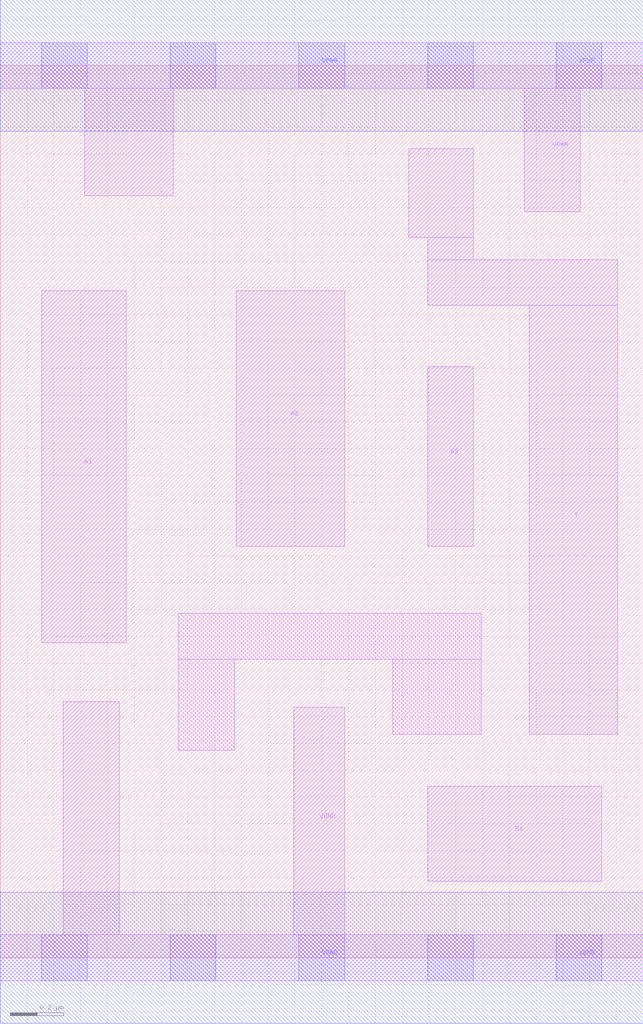
<source format=lef>
# Copyright 2020 The SkyWater PDK Authors
#
# Licensed under the Apache License, Version 2.0 (the "License");
# you may not use this file except in compliance with the License.
# You may obtain a copy of the License at
#
#     https://www.apache.org/licenses/LICENSE-2.0
#
# Unless required by applicable law or agreed to in writing, software
# distributed under the License is distributed on an "AS IS" BASIS,
# WITHOUT WARRANTIES OR CONDITIONS OF ANY KIND, either express or implied.
# See the License for the specific language governing permissions and
# limitations under the License.
#
# SPDX-License-Identifier: Apache-2.0

VERSION 5.7 ;
  NAMESCASESENSITIVE ON ;
  NOWIREEXTENSIONATPIN ON ;
  DIVIDERCHAR "/" ;
  BUSBITCHARS "[]" ;
UNITS
  DATABASE MICRONS 200 ;
END UNITS
MACRO sky130_fd_sc_lp__o31ai_m
  CLASS CORE ;
  SOURCE USER ;
  FOREIGN sky130_fd_sc_lp__o31ai_m ;
  ORIGIN  0.000000  0.000000 ;
  SIZE  2.400000 BY  3.330000 ;
  SYMMETRY X Y R90 ;
  SITE unit ;
  PIN A1
    ANTENNAGATEAREA  0.126000 ;
    DIRECTION INPUT ;
    USE SIGNAL ;
    PORT
      LAYER li1 ;
        RECT 0.155000 1.175000 0.470000 2.490000 ;
    END
  END A1
  PIN A2
    ANTENNAGATEAREA  0.126000 ;
    DIRECTION INPUT ;
    USE SIGNAL ;
    PORT
      LAYER li1 ;
        RECT 0.880000 1.535000 1.285000 2.490000 ;
    END
  END A2
  PIN A3
    ANTENNAGATEAREA  0.126000 ;
    DIRECTION INPUT ;
    USE SIGNAL ;
    PORT
      LAYER li1 ;
        RECT 1.595000 1.535000 1.765000 2.205000 ;
    END
  END A3
  PIN B1
    ANTENNAGATEAREA  0.126000 ;
    DIRECTION INPUT ;
    USE SIGNAL ;
    PORT
      LAYER li1 ;
        RECT 1.595000 0.285000 2.245000 0.640000 ;
    END
  END B1
  PIN Y
    ANTENNADIFFAREA  0.262500 ;
    DIRECTION OUTPUT ;
    USE SIGNAL ;
    PORT
      LAYER li1 ;
        RECT 1.525000 2.690000 1.765000 3.020000 ;
        RECT 1.595000 2.435000 2.305000 2.605000 ;
        RECT 1.595000 2.605000 1.765000 2.690000 ;
        RECT 1.975000 0.835000 2.305000 2.435000 ;
    END
  END Y
  PIN VGND
    DIRECTION INOUT ;
    USE GROUND ;
    PORT
      LAYER li1 ;
        RECT 0.000000 -0.085000 2.400000 0.085000 ;
        RECT 0.235000  0.085000 0.445000 0.955000 ;
        RECT 1.095000  0.085000 1.285000 0.935000 ;
      LAYER mcon ;
        RECT 0.155000 -0.085000 0.325000 0.085000 ;
        RECT 0.635000 -0.085000 0.805000 0.085000 ;
        RECT 1.115000 -0.085000 1.285000 0.085000 ;
        RECT 1.595000 -0.085000 1.765000 0.085000 ;
        RECT 2.075000 -0.085000 2.245000 0.085000 ;
      LAYER met1 ;
        RECT 0.000000 -0.245000 2.400000 0.245000 ;
    END
  END VGND
  PIN VPWR
    DIRECTION INOUT ;
    USE POWER ;
    PORT
      LAYER li1 ;
        RECT 0.000000 3.245000 2.400000 3.415000 ;
        RECT 0.315000 2.845000 0.645000 3.245000 ;
        RECT 1.955000 2.785000 2.165000 3.245000 ;
      LAYER mcon ;
        RECT 0.155000 3.245000 0.325000 3.415000 ;
        RECT 0.635000 3.245000 0.805000 3.415000 ;
        RECT 1.115000 3.245000 1.285000 3.415000 ;
        RECT 1.595000 3.245000 1.765000 3.415000 ;
        RECT 2.075000 3.245000 2.245000 3.415000 ;
      LAYER met1 ;
        RECT 0.000000 3.085000 2.400000 3.575000 ;
    END
  END VPWR
  OBS
    LAYER li1 ;
      RECT 0.665000 0.775000 0.875000 1.115000 ;
      RECT 0.665000 1.115000 1.795000 1.285000 ;
      RECT 1.465000 0.835000 1.795000 1.115000 ;
  END
END sky130_fd_sc_lp__o31ai_m

</source>
